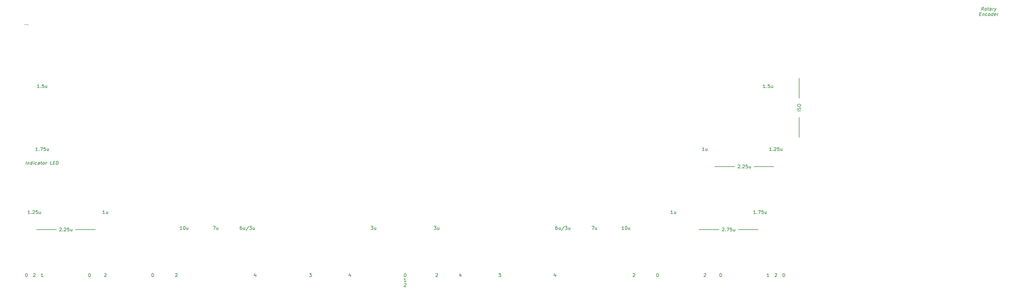
<source format=gbr>
%TF.GenerationSoftware,KiCad,Pcbnew,(6.0.6)*%
%TF.CreationDate,2022-08-29T19:48:57-07:00*%
%TF.ProjectId,2040rmie,32303430-726d-4696-952e-6b696361645f,rev?*%
%TF.SameCoordinates,Original*%
%TF.FileFunction,Legend,Top*%
%TF.FilePolarity,Positive*%
%FSLAX46Y46*%
G04 Gerber Fmt 4.6, Leading zero omitted, Abs format (unit mm)*
G04 Created by KiCad (PCBNEW (6.0.6)) date 2022-08-29 19:48:57*
%MOMM*%
%LPD*%
G01*
G04 APERTURE LIST*
%ADD10C,0.200000*%
%ADD11C,1.750000*%
%ADD12C,3.987800*%
%ADD13C,3.048000*%
%ADD14C,0.650000*%
%ADD15O,1.000000X1.600000*%
%ADD16O,1.000000X2.100000*%
G04 APERTURE END LIST*
D10*
X279837500Y-130405000D02*
X285837500Y-130405000D01*
X284600000Y-111355000D02*
X290600000Y-111355000D01*
X79812500Y-130405000D02*
X85812500Y-130405000D01*
X272787500Y-111355000D02*
X278787500Y-111355000D01*
X298250000Y-84590750D02*
X298250000Y-90590750D01*
X68000000Y-130405000D02*
X74000000Y-130405000D01*
X298250000Y-96466750D02*
X298250000Y-102466750D01*
X268025000Y-130405000D02*
X274025000Y-130405000D01*
X188039285Y-129397380D02*
X188658333Y-129397380D01*
X188325000Y-129778333D01*
X188467857Y-129778333D01*
X188563095Y-129825952D01*
X188610714Y-129873571D01*
X188658333Y-129968809D01*
X188658333Y-130206904D01*
X188610714Y-130302142D01*
X188563095Y-130349761D01*
X188467857Y-130397380D01*
X188182142Y-130397380D01*
X188086904Y-130349761D01*
X188039285Y-130302142D01*
X189515476Y-129730714D02*
X189515476Y-130397380D01*
X189086904Y-129730714D02*
X189086904Y-130254523D01*
X189134523Y-130349761D01*
X189229761Y-130397380D01*
X189372619Y-130397380D01*
X189467857Y-130349761D01*
X189515476Y-130302142D01*
X353846398Y-64131830D02*
X353572589Y-63655640D01*
X353274970Y-64131830D02*
X353399970Y-63131830D01*
X353780922Y-63131830D01*
X353870208Y-63179450D01*
X353911875Y-63227069D01*
X353947589Y-63322307D01*
X353929732Y-63465164D01*
X353870208Y-63560402D01*
X353816636Y-63608021D01*
X353715446Y-63655640D01*
X353334494Y-63655640D01*
X354417827Y-64131830D02*
X354328541Y-64084211D01*
X354286875Y-64036592D01*
X354251160Y-63941354D01*
X354286875Y-63655640D01*
X354346398Y-63560402D01*
X354399970Y-63512783D01*
X354501160Y-63465164D01*
X354644017Y-63465164D01*
X354733303Y-63512783D01*
X354774970Y-63560402D01*
X354810684Y-63655640D01*
X354774970Y-63941354D01*
X354715446Y-64036592D01*
X354661875Y-64084211D01*
X354560684Y-64131830D01*
X354417827Y-64131830D01*
X355120208Y-63465164D02*
X355501160Y-63465164D01*
X355304732Y-63131830D02*
X355197589Y-63988973D01*
X355233303Y-64084211D01*
X355322589Y-64131830D01*
X355417827Y-64131830D01*
X356179732Y-64131830D02*
X356245208Y-63608021D01*
X356209494Y-63512783D01*
X356120208Y-63465164D01*
X355929732Y-63465164D01*
X355828541Y-63512783D01*
X356185684Y-64084211D02*
X356084494Y-64131830D01*
X355846398Y-64131830D01*
X355757113Y-64084211D01*
X355721398Y-63988973D01*
X355733303Y-63893735D01*
X355792827Y-63798497D01*
X355894017Y-63750878D01*
X356132113Y-63750878D01*
X356233303Y-63703259D01*
X356655922Y-64131830D02*
X356739255Y-63465164D01*
X356715446Y-63655640D02*
X356774970Y-63560402D01*
X356828541Y-63512783D01*
X356929732Y-63465164D01*
X357024970Y-63465164D01*
X357263065Y-63465164D02*
X357417827Y-64131830D01*
X357739255Y-63465164D02*
X357417827Y-64131830D01*
X357292827Y-64369926D01*
X357239255Y-64417545D01*
X357138065Y-64465164D01*
X352745208Y-65218021D02*
X353078541Y-65218021D01*
X353155922Y-65741830D02*
X352679732Y-65741830D01*
X352804732Y-64741830D01*
X353280922Y-64741830D01*
X353667827Y-65075164D02*
X353584494Y-65741830D01*
X353655922Y-65170402D02*
X353709494Y-65122783D01*
X353810684Y-65075164D01*
X353953541Y-65075164D01*
X354042827Y-65122783D01*
X354078541Y-65218021D01*
X354013065Y-65741830D01*
X354923779Y-65694211D02*
X354822589Y-65741830D01*
X354632113Y-65741830D01*
X354542827Y-65694211D01*
X354501160Y-65646592D01*
X354465446Y-65551354D01*
X354501160Y-65265640D01*
X354560684Y-65170402D01*
X354614255Y-65122783D01*
X354715446Y-65075164D01*
X354905922Y-65075164D01*
X354995208Y-65122783D01*
X355489255Y-65741830D02*
X355399970Y-65694211D01*
X355358303Y-65646592D01*
X355322589Y-65551354D01*
X355358303Y-65265640D01*
X355417827Y-65170402D01*
X355471398Y-65122783D01*
X355572589Y-65075164D01*
X355715446Y-65075164D01*
X355804732Y-65122783D01*
X355846398Y-65170402D01*
X355882113Y-65265640D01*
X355846398Y-65551354D01*
X355786875Y-65646592D01*
X355733303Y-65694211D01*
X355632113Y-65741830D01*
X355489255Y-65741830D01*
X356679732Y-65741830D02*
X356804732Y-64741830D01*
X356685684Y-65694211D02*
X356584494Y-65741830D01*
X356394017Y-65741830D01*
X356304732Y-65694211D01*
X356263065Y-65646592D01*
X356227351Y-65551354D01*
X356263065Y-65265640D01*
X356322589Y-65170402D01*
X356376160Y-65122783D01*
X356477351Y-65075164D01*
X356667827Y-65075164D01*
X356757113Y-65122783D01*
X357542827Y-65694211D02*
X357441636Y-65741830D01*
X357251160Y-65741830D01*
X357161875Y-65694211D01*
X357126160Y-65598973D01*
X357173779Y-65218021D01*
X357233303Y-65122783D01*
X357334494Y-65075164D01*
X357524970Y-65075164D01*
X357614255Y-65122783D01*
X357649970Y-65218021D01*
X357638065Y-65313259D01*
X357149970Y-65408497D01*
X358013065Y-65741830D02*
X358096398Y-65075164D01*
X358072589Y-65265640D02*
X358132113Y-65170402D01*
X358185684Y-65122783D01*
X358286875Y-65075164D01*
X358382113Y-65075164D01*
X162821726Y-143985714D02*
X162821726Y-144652380D01*
X162583630Y-143604761D02*
X162345535Y-144319047D01*
X162964583Y-144319047D01*
X109958035Y-143747619D02*
X110005654Y-143700000D01*
X110100892Y-143652380D01*
X110338988Y-143652380D01*
X110434226Y-143700000D01*
X110481845Y-143747619D01*
X110529464Y-143842857D01*
X110529464Y-143938095D01*
X110481845Y-144080952D01*
X109910416Y-144652380D01*
X110529464Y-144652380D01*
X179585714Y-146152380D02*
X179014285Y-146152380D01*
X179300000Y-146152380D02*
X179300000Y-145152380D01*
X179204761Y-145295238D01*
X179109523Y-145390476D01*
X179014285Y-145438095D01*
X111982142Y-130397380D02*
X111410714Y-130397380D01*
X111696428Y-130397380D02*
X111696428Y-129397380D01*
X111601190Y-129540238D01*
X111505952Y-129635476D01*
X111410714Y-129683095D01*
X112601190Y-129397380D02*
X112696428Y-129397380D01*
X112791666Y-129445000D01*
X112839285Y-129492619D01*
X112886904Y-129587857D01*
X112934523Y-129778333D01*
X112934523Y-130016428D01*
X112886904Y-130206904D01*
X112839285Y-130302142D01*
X112791666Y-130349761D01*
X112696428Y-130397380D01*
X112601190Y-130397380D01*
X112505952Y-130349761D01*
X112458333Y-130302142D01*
X112410714Y-130206904D01*
X112363095Y-130016428D01*
X112363095Y-129778333D01*
X112410714Y-129587857D01*
X112458333Y-129492619D01*
X112505952Y-129445000D01*
X112601190Y-129397380D01*
X113791666Y-129730714D02*
X113791666Y-130397380D01*
X113363095Y-129730714D02*
X113363095Y-130254523D01*
X113410714Y-130349761D01*
X113505952Y-130397380D01*
X113648809Y-130397380D01*
X113744047Y-130349761D01*
X113791666Y-130302142D01*
X245332142Y-130397380D02*
X244760714Y-130397380D01*
X245046428Y-130397380D02*
X245046428Y-129397380D01*
X244951190Y-129540238D01*
X244855952Y-129635476D01*
X244760714Y-129683095D01*
X245951190Y-129397380D02*
X246046428Y-129397380D01*
X246141666Y-129445000D01*
X246189285Y-129492619D01*
X246236904Y-129587857D01*
X246284523Y-129778333D01*
X246284523Y-130016428D01*
X246236904Y-130206904D01*
X246189285Y-130302142D01*
X246141666Y-130349761D01*
X246046428Y-130397380D01*
X245951190Y-130397380D01*
X245855952Y-130349761D01*
X245808333Y-130302142D01*
X245760714Y-130206904D01*
X245713095Y-130016428D01*
X245713095Y-129778333D01*
X245760714Y-129587857D01*
X245808333Y-129492619D01*
X245855952Y-129445000D01*
X245951190Y-129397380D01*
X247141666Y-129730714D02*
X247141666Y-130397380D01*
X246713095Y-129730714D02*
X246713095Y-130254523D01*
X246760714Y-130349761D01*
X246855952Y-130397380D01*
X246998809Y-130397380D01*
X247094047Y-130349761D01*
X247141666Y-130302142D01*
X68881547Y-87502380D02*
X68310119Y-87502380D01*
X68595833Y-87502380D02*
X68595833Y-86502380D01*
X68500595Y-86645238D01*
X68405357Y-86740476D01*
X68310119Y-86788095D01*
X69310119Y-87407142D02*
X69357738Y-87454761D01*
X69310119Y-87502380D01*
X69262500Y-87454761D01*
X69310119Y-87407142D01*
X69310119Y-87502380D01*
X70262500Y-86502380D02*
X69786309Y-86502380D01*
X69738690Y-86978571D01*
X69786309Y-86930952D01*
X69881547Y-86883333D01*
X70119642Y-86883333D01*
X70214880Y-86930952D01*
X70262500Y-86978571D01*
X70310119Y-87073809D01*
X70310119Y-87311904D01*
X70262500Y-87407142D01*
X70214880Y-87454761D01*
X70119642Y-87502380D01*
X69881547Y-87502380D01*
X69786309Y-87454761D01*
X69738690Y-87407142D01*
X71167261Y-86835714D02*
X71167261Y-87502380D01*
X70738690Y-86835714D02*
X70738690Y-87359523D01*
X70786309Y-87454761D01*
X70881547Y-87502380D01*
X71024404Y-87502380D01*
X71119642Y-87454761D01*
X71167261Y-87407142D01*
X150391666Y-143652380D02*
X151010714Y-143652380D01*
X150677380Y-144033333D01*
X150820238Y-144033333D01*
X150915476Y-144080952D01*
X150963095Y-144128571D01*
X151010714Y-144223809D01*
X151010714Y-144461904D01*
X150963095Y-144557142D01*
X150915476Y-144604761D01*
X150820238Y-144652380D01*
X150534523Y-144652380D01*
X150439285Y-144604761D01*
X150391666Y-144557142D01*
X275002678Y-129952619D02*
X275050297Y-129905000D01*
X275145535Y-129857380D01*
X275383630Y-129857380D01*
X275478869Y-129905000D01*
X275526488Y-129952619D01*
X275574107Y-130047857D01*
X275574107Y-130143095D01*
X275526488Y-130285952D01*
X274955059Y-130857380D01*
X275574107Y-130857380D01*
X276002678Y-130762142D02*
X276050297Y-130809761D01*
X276002678Y-130857380D01*
X275955059Y-130809761D01*
X276002678Y-130762142D01*
X276002678Y-130857380D01*
X276383630Y-129857380D02*
X277050297Y-129857380D01*
X276621726Y-130857380D01*
X277907440Y-129857380D02*
X277431250Y-129857380D01*
X277383630Y-130333571D01*
X277431250Y-130285952D01*
X277526488Y-130238333D01*
X277764583Y-130238333D01*
X277859821Y-130285952D01*
X277907440Y-130333571D01*
X277955059Y-130428809D01*
X277955059Y-130666904D01*
X277907440Y-130762142D01*
X277859821Y-130809761D01*
X277764583Y-130857380D01*
X277526488Y-130857380D01*
X277431250Y-130809761D01*
X277383630Y-130762142D01*
X278812202Y-130190714D02*
X278812202Y-130857380D01*
X278383630Y-130190714D02*
X278383630Y-130714523D01*
X278431250Y-130809761D01*
X278526488Y-130857380D01*
X278669345Y-130857380D01*
X278764583Y-130809761D01*
X278812202Y-130762142D01*
X285099107Y-125602380D02*
X284527678Y-125602380D01*
X284813392Y-125602380D02*
X284813392Y-124602380D01*
X284718154Y-124745238D01*
X284622916Y-124840476D01*
X284527678Y-124888095D01*
X285527678Y-125507142D02*
X285575297Y-125554761D01*
X285527678Y-125602380D01*
X285480059Y-125554761D01*
X285527678Y-125507142D01*
X285527678Y-125602380D01*
X285908630Y-124602380D02*
X286575297Y-124602380D01*
X286146726Y-125602380D01*
X287432440Y-124602380D02*
X286956250Y-124602380D01*
X286908630Y-125078571D01*
X286956250Y-125030952D01*
X287051488Y-124983333D01*
X287289583Y-124983333D01*
X287384821Y-125030952D01*
X287432440Y-125078571D01*
X287480059Y-125173809D01*
X287480059Y-125411904D01*
X287432440Y-125507142D01*
X287384821Y-125554761D01*
X287289583Y-125602380D01*
X287051488Y-125602380D01*
X286956250Y-125554761D01*
X286908630Y-125507142D01*
X288337202Y-124935714D02*
X288337202Y-125602380D01*
X287908630Y-124935714D02*
X287908630Y-125459523D01*
X287956250Y-125554761D01*
X288051488Y-125602380D01*
X288194345Y-125602380D01*
X288289583Y-125554761D01*
X288337202Y-125507142D01*
X207541666Y-143652380D02*
X208160714Y-143652380D01*
X207827380Y-144033333D01*
X207970238Y-144033333D01*
X208065476Y-144080952D01*
X208113095Y-144128571D01*
X208160714Y-144223809D01*
X208160714Y-144461904D01*
X208113095Y-144557142D01*
X208065476Y-144604761D01*
X207970238Y-144652380D01*
X207684523Y-144652380D01*
X207589285Y-144604761D01*
X207541666Y-144557142D01*
X196159226Y-143985714D02*
X196159226Y-144652380D01*
X195921130Y-143604761D02*
X195683035Y-144319047D01*
X196302083Y-144319047D01*
X103052380Y-143652380D02*
X103147619Y-143652380D01*
X103242857Y-143700000D01*
X103290476Y-143747619D01*
X103338095Y-143842857D01*
X103385714Y-144033333D01*
X103385714Y-144271428D01*
X103338095Y-144461904D01*
X103290476Y-144557142D01*
X103242857Y-144604761D01*
X103147619Y-144652380D01*
X103052380Y-144652380D01*
X102957142Y-144604761D01*
X102909523Y-144557142D01*
X102861904Y-144461904D01*
X102814285Y-144271428D01*
X102814285Y-144033333D01*
X102861904Y-143842857D01*
X102909523Y-143747619D01*
X102957142Y-143700000D01*
X103052380Y-143652380D01*
X235664285Y-129397380D02*
X236330952Y-129397380D01*
X235902380Y-130397380D01*
X237140476Y-129730714D02*
X237140476Y-130397380D01*
X236711904Y-129730714D02*
X236711904Y-130254523D01*
X236759523Y-130349761D01*
X236854761Y-130397380D01*
X236997619Y-130397380D01*
X237092857Y-130349761D01*
X237140476Y-130302142D01*
X64858303Y-110712380D02*
X64983303Y-109712380D01*
X65417827Y-110045714D02*
X65334494Y-110712380D01*
X65405922Y-110140952D02*
X65459494Y-110093333D01*
X65560684Y-110045714D01*
X65703541Y-110045714D01*
X65792827Y-110093333D01*
X65828541Y-110188571D01*
X65763065Y-110712380D01*
X66667827Y-110712380D02*
X66792827Y-109712380D01*
X66673779Y-110664761D02*
X66572589Y-110712380D01*
X66382113Y-110712380D01*
X66292827Y-110664761D01*
X66251160Y-110617142D01*
X66215446Y-110521904D01*
X66251160Y-110236190D01*
X66310684Y-110140952D01*
X66364255Y-110093333D01*
X66465446Y-110045714D01*
X66655922Y-110045714D01*
X66745208Y-110093333D01*
X67144017Y-110712380D02*
X67227351Y-110045714D01*
X67269017Y-109712380D02*
X67215446Y-109760000D01*
X67257113Y-109807619D01*
X67310684Y-109760000D01*
X67269017Y-109712380D01*
X67257113Y-109807619D01*
X68054732Y-110664761D02*
X67953541Y-110712380D01*
X67763065Y-110712380D01*
X67673779Y-110664761D01*
X67632113Y-110617142D01*
X67596398Y-110521904D01*
X67632113Y-110236190D01*
X67691636Y-110140952D01*
X67745208Y-110093333D01*
X67846398Y-110045714D01*
X68036875Y-110045714D01*
X68126160Y-110093333D01*
X68905922Y-110712380D02*
X68971398Y-110188571D01*
X68935684Y-110093333D01*
X68846398Y-110045714D01*
X68655922Y-110045714D01*
X68554732Y-110093333D01*
X68911875Y-110664761D02*
X68810684Y-110712380D01*
X68572589Y-110712380D01*
X68483303Y-110664761D01*
X68447589Y-110569523D01*
X68459494Y-110474285D01*
X68519017Y-110379047D01*
X68620208Y-110331428D01*
X68858303Y-110331428D01*
X68959494Y-110283809D01*
X69322589Y-110045714D02*
X69703541Y-110045714D01*
X69507113Y-109712380D02*
X69399970Y-110569523D01*
X69435684Y-110664761D01*
X69524970Y-110712380D01*
X69620208Y-110712380D01*
X70096398Y-110712380D02*
X70007113Y-110664761D01*
X69965446Y-110617142D01*
X69929732Y-110521904D01*
X69965446Y-110236190D01*
X70024970Y-110140952D01*
X70078541Y-110093333D01*
X70179732Y-110045714D01*
X70322589Y-110045714D01*
X70411875Y-110093333D01*
X70453541Y-110140952D01*
X70489255Y-110236190D01*
X70453541Y-110521904D01*
X70394017Y-110617142D01*
X70340446Y-110664761D01*
X70239255Y-110712380D01*
X70096398Y-110712380D01*
X70858303Y-110712380D02*
X70941636Y-110045714D01*
X70917827Y-110236190D02*
X70977351Y-110140952D01*
X71030922Y-110093333D01*
X71132113Y-110045714D01*
X71227351Y-110045714D01*
X72715446Y-110712380D02*
X72239255Y-110712380D01*
X72364255Y-109712380D01*
X73114255Y-110188571D02*
X73447589Y-110188571D01*
X73524970Y-110712380D02*
X73048779Y-110712380D01*
X73173779Y-109712380D01*
X73649970Y-109712380D01*
X73953541Y-110712380D02*
X74078541Y-109712380D01*
X74316636Y-109712380D01*
X74453541Y-109760000D01*
X74536875Y-109855238D01*
X74572589Y-109950476D01*
X74596398Y-110140952D01*
X74578541Y-110283809D01*
X74507113Y-110474285D01*
X74447589Y-110569523D01*
X74340446Y-110664761D01*
X74191636Y-110712380D01*
X73953541Y-110712380D01*
X248070535Y-143747619D02*
X248118154Y-143700000D01*
X248213392Y-143652380D01*
X248451488Y-143652380D01*
X248546726Y-143700000D01*
X248594345Y-143747619D01*
X248641964Y-143842857D01*
X248641964Y-143938095D01*
X248594345Y-144080952D01*
X248022916Y-144652380D01*
X248641964Y-144652380D01*
X179014285Y-146747619D02*
X179061904Y-146700000D01*
X179157142Y-146652380D01*
X179395238Y-146652380D01*
X179490476Y-146700000D01*
X179538095Y-146747619D01*
X179585714Y-146842857D01*
X179585714Y-146938095D01*
X179538095Y-147080952D01*
X178966666Y-147652380D01*
X179585714Y-147652380D01*
X68405357Y-106552380D02*
X67833928Y-106552380D01*
X68119642Y-106552380D02*
X68119642Y-105552380D01*
X68024404Y-105695238D01*
X67929166Y-105790476D01*
X67833928Y-105838095D01*
X68833928Y-106457142D02*
X68881547Y-106504761D01*
X68833928Y-106552380D01*
X68786309Y-106504761D01*
X68833928Y-106457142D01*
X68833928Y-106552380D01*
X69214880Y-105552380D02*
X69881547Y-105552380D01*
X69452976Y-106552380D01*
X70738690Y-105552380D02*
X70262500Y-105552380D01*
X70214880Y-106028571D01*
X70262500Y-105980952D01*
X70357738Y-105933333D01*
X70595833Y-105933333D01*
X70691071Y-105980952D01*
X70738690Y-106028571D01*
X70786309Y-106123809D01*
X70786309Y-106361904D01*
X70738690Y-106457142D01*
X70691071Y-106504761D01*
X70595833Y-106552380D01*
X70357738Y-106552380D01*
X70262500Y-106504761D01*
X70214880Y-106457142D01*
X71643452Y-105885714D02*
X71643452Y-106552380D01*
X71214880Y-105885714D02*
X71214880Y-106409523D01*
X71262500Y-106504761D01*
X71357738Y-106552380D01*
X71500595Y-106552380D01*
X71595833Y-106504761D01*
X71643452Y-106457142D01*
X129960714Y-129397380D02*
X129770238Y-129397380D01*
X129675000Y-129445000D01*
X129627380Y-129492619D01*
X129532142Y-129635476D01*
X129484523Y-129825952D01*
X129484523Y-130206904D01*
X129532142Y-130302142D01*
X129579761Y-130349761D01*
X129675000Y-130397380D01*
X129865476Y-130397380D01*
X129960714Y-130349761D01*
X130008333Y-130302142D01*
X130055952Y-130206904D01*
X130055952Y-129968809D01*
X130008333Y-129873571D01*
X129960714Y-129825952D01*
X129865476Y-129778333D01*
X129675000Y-129778333D01*
X129579761Y-129825952D01*
X129532142Y-129873571D01*
X129484523Y-129968809D01*
X130913095Y-129730714D02*
X130913095Y-130397380D01*
X130484523Y-129730714D02*
X130484523Y-130254523D01*
X130532142Y-130349761D01*
X130627380Y-130397380D01*
X130770238Y-130397380D01*
X130865476Y-130349761D01*
X130913095Y-130302142D01*
X132103571Y-129349761D02*
X131246428Y-130635476D01*
X132341666Y-129397380D02*
X132960714Y-129397380D01*
X132627380Y-129778333D01*
X132770238Y-129778333D01*
X132865476Y-129825952D01*
X132913095Y-129873571D01*
X132960714Y-129968809D01*
X132960714Y-130206904D01*
X132913095Y-130302142D01*
X132865476Y-130349761D01*
X132770238Y-130397380D01*
X132484523Y-130397380D01*
X132389285Y-130349761D01*
X132341666Y-130302142D01*
X133817857Y-129730714D02*
X133817857Y-130397380D01*
X133389285Y-129730714D02*
X133389285Y-130254523D01*
X133436904Y-130349761D01*
X133532142Y-130397380D01*
X133675000Y-130397380D01*
X133770238Y-130349761D01*
X133817857Y-130302142D01*
X74977678Y-129952619D02*
X75025297Y-129905000D01*
X75120535Y-129857380D01*
X75358630Y-129857380D01*
X75453869Y-129905000D01*
X75501488Y-129952619D01*
X75549107Y-130047857D01*
X75549107Y-130143095D01*
X75501488Y-130285952D01*
X74930059Y-130857380D01*
X75549107Y-130857380D01*
X75977678Y-130762142D02*
X76025297Y-130809761D01*
X75977678Y-130857380D01*
X75930059Y-130809761D01*
X75977678Y-130762142D01*
X75977678Y-130857380D01*
X76406250Y-129952619D02*
X76453869Y-129905000D01*
X76549107Y-129857380D01*
X76787202Y-129857380D01*
X76882440Y-129905000D01*
X76930059Y-129952619D01*
X76977678Y-130047857D01*
X76977678Y-130143095D01*
X76930059Y-130285952D01*
X76358630Y-130857380D01*
X76977678Y-130857380D01*
X77882440Y-129857380D02*
X77406250Y-129857380D01*
X77358630Y-130333571D01*
X77406250Y-130285952D01*
X77501488Y-130238333D01*
X77739583Y-130238333D01*
X77834821Y-130285952D01*
X77882440Y-130333571D01*
X77930059Y-130428809D01*
X77930059Y-130666904D01*
X77882440Y-130762142D01*
X77834821Y-130809761D01*
X77739583Y-130857380D01*
X77501488Y-130857380D01*
X77406250Y-130809761D01*
X77358630Y-130762142D01*
X78787202Y-130190714D02*
X78787202Y-130857380D01*
X78358630Y-130190714D02*
X78358630Y-130714523D01*
X78406250Y-130809761D01*
X78501488Y-130857380D01*
X78644345Y-130857380D01*
X78739583Y-130809761D01*
X78787202Y-130762142D01*
X224734226Y-143985714D02*
X224734226Y-144652380D01*
X224496130Y-143604761D02*
X224258035Y-144319047D01*
X224877083Y-144319047D01*
X70048214Y-144652380D02*
X69476785Y-144652380D01*
X69762500Y-144652380D02*
X69762500Y-143652380D01*
X69667261Y-143795238D01*
X69572023Y-143890476D01*
X69476785Y-143938095D01*
X260095833Y-125602380D02*
X259524404Y-125602380D01*
X259810119Y-125602380D02*
X259810119Y-124602380D01*
X259714880Y-124745238D01*
X259619642Y-124840476D01*
X259524404Y-124888095D01*
X260952976Y-124935714D02*
X260952976Y-125602380D01*
X260524404Y-124935714D02*
X260524404Y-125459523D01*
X260572023Y-125554761D01*
X260667261Y-125602380D01*
X260810119Y-125602380D01*
X260905357Y-125554761D01*
X260952976Y-125507142D01*
X64952380Y-143652380D02*
X65047619Y-143652380D01*
X65142857Y-143700000D01*
X65190476Y-143747619D01*
X65238095Y-143842857D01*
X65285714Y-144033333D01*
X65285714Y-144271428D01*
X65238095Y-144461904D01*
X65190476Y-144557142D01*
X65142857Y-144604761D01*
X65047619Y-144652380D01*
X64952380Y-144652380D01*
X64857142Y-144604761D01*
X64809523Y-144557142D01*
X64761904Y-144461904D01*
X64714285Y-144271428D01*
X64714285Y-144033333D01*
X64761904Y-143842857D01*
X64809523Y-143747619D01*
X64857142Y-143700000D01*
X64952380Y-143652380D01*
X287956547Y-87502380D02*
X287385119Y-87502380D01*
X287670833Y-87502380D02*
X287670833Y-86502380D01*
X287575595Y-86645238D01*
X287480357Y-86740476D01*
X287385119Y-86788095D01*
X288385119Y-87407142D02*
X288432738Y-87454761D01*
X288385119Y-87502380D01*
X288337500Y-87454761D01*
X288385119Y-87407142D01*
X288385119Y-87502380D01*
X289337500Y-86502380D02*
X288861309Y-86502380D01*
X288813690Y-86978571D01*
X288861309Y-86930952D01*
X288956547Y-86883333D01*
X289194642Y-86883333D01*
X289289880Y-86930952D01*
X289337500Y-86978571D01*
X289385119Y-87073809D01*
X289385119Y-87311904D01*
X289337500Y-87407142D01*
X289289880Y-87454761D01*
X289194642Y-87502380D01*
X288956547Y-87502380D01*
X288861309Y-87454761D01*
X288813690Y-87407142D01*
X290242261Y-86835714D02*
X290242261Y-87502380D01*
X289813690Y-86835714D02*
X289813690Y-87359523D01*
X289861309Y-87454761D01*
X289956547Y-87502380D01*
X290099404Y-87502380D01*
X290194642Y-87454761D01*
X290242261Y-87407142D01*
X84002380Y-143652380D02*
X84097619Y-143652380D01*
X84192857Y-143700000D01*
X84240476Y-143747619D01*
X84288095Y-143842857D01*
X84335714Y-144033333D01*
X84335714Y-144271428D01*
X84288095Y-144461904D01*
X84240476Y-144557142D01*
X84192857Y-144604761D01*
X84097619Y-144652380D01*
X84002380Y-144652380D01*
X83907142Y-144604761D01*
X83859523Y-144557142D01*
X83811904Y-144461904D01*
X83764285Y-144271428D01*
X83764285Y-144033333D01*
X83811904Y-143842857D01*
X83859523Y-143747619D01*
X83907142Y-143700000D01*
X84002380Y-143652380D01*
X298702380Y-94528750D02*
X297702380Y-94528750D01*
X298654761Y-94100178D02*
X298702380Y-93957321D01*
X298702380Y-93719226D01*
X298654761Y-93623988D01*
X298607142Y-93576369D01*
X298511904Y-93528750D01*
X298416666Y-93528750D01*
X298321428Y-93576369D01*
X298273809Y-93623988D01*
X298226190Y-93719226D01*
X298178571Y-93909702D01*
X298130952Y-94004940D01*
X298083333Y-94052559D01*
X297988095Y-94100178D01*
X297892857Y-94100178D01*
X297797619Y-94052559D01*
X297750000Y-94004940D01*
X297702380Y-93909702D01*
X297702380Y-93671607D01*
X297750000Y-93528750D01*
X297702380Y-92909702D02*
X297702380Y-92719226D01*
X297750000Y-92623988D01*
X297845238Y-92528750D01*
X298035714Y-92481130D01*
X298369047Y-92481130D01*
X298559523Y-92528750D01*
X298654761Y-92623988D01*
X298702380Y-92719226D01*
X298702380Y-92909702D01*
X298654761Y-93004940D01*
X298559523Y-93100178D01*
X298369047Y-93147797D01*
X298035714Y-93147797D01*
X297845238Y-93100178D01*
X297750000Y-93004940D01*
X297702380Y-92909702D01*
X66024107Y-125602380D02*
X65452678Y-125602380D01*
X65738392Y-125602380D02*
X65738392Y-124602380D01*
X65643154Y-124745238D01*
X65547916Y-124840476D01*
X65452678Y-124888095D01*
X66452678Y-125507142D02*
X66500297Y-125554761D01*
X66452678Y-125602380D01*
X66405059Y-125554761D01*
X66452678Y-125507142D01*
X66452678Y-125602380D01*
X66881250Y-124697619D02*
X66928869Y-124650000D01*
X67024107Y-124602380D01*
X67262202Y-124602380D01*
X67357440Y-124650000D01*
X67405059Y-124697619D01*
X67452678Y-124792857D01*
X67452678Y-124888095D01*
X67405059Y-125030952D01*
X66833630Y-125602380D01*
X67452678Y-125602380D01*
X68357440Y-124602380D02*
X67881250Y-124602380D01*
X67833630Y-125078571D01*
X67881250Y-125030952D01*
X67976488Y-124983333D01*
X68214583Y-124983333D01*
X68309821Y-125030952D01*
X68357440Y-125078571D01*
X68405059Y-125173809D01*
X68405059Y-125411904D01*
X68357440Y-125507142D01*
X68309821Y-125554761D01*
X68214583Y-125602380D01*
X67976488Y-125602380D01*
X67881250Y-125554761D01*
X67833630Y-125507142D01*
X69262202Y-124935714D02*
X69262202Y-125602380D01*
X68833630Y-124935714D02*
X68833630Y-125459523D01*
X68881250Y-125554761D01*
X68976488Y-125602380D01*
X69119345Y-125602380D01*
X69214583Y-125554761D01*
X69262202Y-125507142D01*
X64523809Y-68357142D02*
X64571428Y-68404761D01*
X64523809Y-68452380D01*
X64476190Y-68404761D01*
X64523809Y-68357142D01*
X64523809Y-68452380D01*
X65000000Y-68357142D02*
X65047619Y-68404761D01*
X65000000Y-68452380D01*
X64952380Y-68404761D01*
X65000000Y-68357142D01*
X65000000Y-68452380D01*
X65476190Y-68357142D02*
X65523809Y-68404761D01*
X65476190Y-68452380D01*
X65428571Y-68404761D01*
X65476190Y-68357142D01*
X65476190Y-68452380D01*
X88526785Y-143747619D02*
X88574404Y-143700000D01*
X88669642Y-143652380D01*
X88907738Y-143652380D01*
X89002976Y-143700000D01*
X89050595Y-143747619D01*
X89098214Y-143842857D01*
X89098214Y-143938095D01*
X89050595Y-144080952D01*
X88479166Y-144652380D01*
X89098214Y-144652380D01*
X269501785Y-143747619D02*
X269549404Y-143700000D01*
X269644642Y-143652380D01*
X269882738Y-143652380D01*
X269977976Y-143700000D01*
X270025595Y-143747619D01*
X270073214Y-143842857D01*
X270073214Y-143938095D01*
X270025595Y-144080952D01*
X269454166Y-144652380D01*
X270073214Y-144652380D01*
X88645833Y-125602380D02*
X88074404Y-125602380D01*
X88360119Y-125602380D02*
X88360119Y-124602380D01*
X88264880Y-124745238D01*
X88169642Y-124840476D01*
X88074404Y-124888095D01*
X89502976Y-124935714D02*
X89502976Y-125602380D01*
X89074404Y-124935714D02*
X89074404Y-125459523D01*
X89122023Y-125554761D01*
X89217261Y-125602380D01*
X89360119Y-125602380D01*
X89455357Y-125554761D01*
X89502976Y-125507142D01*
X279765178Y-110902619D02*
X279812797Y-110855000D01*
X279908035Y-110807380D01*
X280146130Y-110807380D01*
X280241369Y-110855000D01*
X280288988Y-110902619D01*
X280336607Y-110997857D01*
X280336607Y-111093095D01*
X280288988Y-111235952D01*
X279717559Y-111807380D01*
X280336607Y-111807380D01*
X280765178Y-111712142D02*
X280812797Y-111759761D01*
X280765178Y-111807380D01*
X280717559Y-111759761D01*
X280765178Y-111712142D01*
X280765178Y-111807380D01*
X281193750Y-110902619D02*
X281241369Y-110855000D01*
X281336607Y-110807380D01*
X281574702Y-110807380D01*
X281669940Y-110855000D01*
X281717559Y-110902619D01*
X281765178Y-110997857D01*
X281765178Y-111093095D01*
X281717559Y-111235952D01*
X281146130Y-111807380D01*
X281765178Y-111807380D01*
X282669940Y-110807380D02*
X282193750Y-110807380D01*
X282146130Y-111283571D01*
X282193750Y-111235952D01*
X282288988Y-111188333D01*
X282527083Y-111188333D01*
X282622321Y-111235952D01*
X282669940Y-111283571D01*
X282717559Y-111378809D01*
X282717559Y-111616904D01*
X282669940Y-111712142D01*
X282622321Y-111759761D01*
X282527083Y-111807380D01*
X282288988Y-111807380D01*
X282193750Y-111759761D01*
X282146130Y-111712142D01*
X283574702Y-111140714D02*
X283574702Y-111807380D01*
X283146130Y-111140714D02*
X283146130Y-111664523D01*
X283193750Y-111759761D01*
X283288988Y-111807380D01*
X283431845Y-111807380D01*
X283527083Y-111759761D01*
X283574702Y-111712142D01*
X168989285Y-129397380D02*
X169608333Y-129397380D01*
X169275000Y-129778333D01*
X169417857Y-129778333D01*
X169513095Y-129825952D01*
X169560714Y-129873571D01*
X169608333Y-129968809D01*
X169608333Y-130206904D01*
X169560714Y-130302142D01*
X169513095Y-130349761D01*
X169417857Y-130397380D01*
X169132142Y-130397380D01*
X169036904Y-130349761D01*
X168989285Y-130302142D01*
X170465476Y-129730714D02*
X170465476Y-130397380D01*
X170036904Y-129730714D02*
X170036904Y-130254523D01*
X170084523Y-130349761D01*
X170179761Y-130397380D01*
X170322619Y-130397380D01*
X170417857Y-130349761D01*
X170465476Y-130302142D01*
X188539285Y-143747619D02*
X188586904Y-143700000D01*
X188682142Y-143652380D01*
X188920238Y-143652380D01*
X189015476Y-143700000D01*
X189063095Y-143747619D01*
X189110714Y-143842857D01*
X189110714Y-143938095D01*
X189063095Y-144080952D01*
X188491666Y-144652380D01*
X189110714Y-144652380D01*
X269620833Y-106552380D02*
X269049404Y-106552380D01*
X269335119Y-106552380D02*
X269335119Y-105552380D01*
X269239880Y-105695238D01*
X269144642Y-105790476D01*
X269049404Y-105838095D01*
X270477976Y-105885714D02*
X270477976Y-106552380D01*
X270049404Y-105885714D02*
X270049404Y-106409523D01*
X270097023Y-106504761D01*
X270192261Y-106552380D01*
X270335119Y-106552380D01*
X270430357Y-106504761D01*
X270477976Y-106457142D01*
X67095535Y-143747619D02*
X67143154Y-143700000D01*
X67238392Y-143652380D01*
X67476488Y-143652380D01*
X67571726Y-143700000D01*
X67619345Y-143747619D01*
X67666964Y-143842857D01*
X67666964Y-143938095D01*
X67619345Y-144080952D01*
X67047916Y-144652380D01*
X67666964Y-144652380D01*
X134246726Y-143985714D02*
X134246726Y-144652380D01*
X134008630Y-143604761D02*
X133770535Y-144319047D01*
X134389583Y-144319047D01*
X289861607Y-106552380D02*
X289290178Y-106552380D01*
X289575892Y-106552380D02*
X289575892Y-105552380D01*
X289480654Y-105695238D01*
X289385416Y-105790476D01*
X289290178Y-105838095D01*
X290290178Y-106457142D02*
X290337797Y-106504761D01*
X290290178Y-106552380D01*
X290242559Y-106504761D01*
X290290178Y-106457142D01*
X290290178Y-106552380D01*
X290718750Y-105647619D02*
X290766369Y-105600000D01*
X290861607Y-105552380D01*
X291099702Y-105552380D01*
X291194940Y-105600000D01*
X291242559Y-105647619D01*
X291290178Y-105742857D01*
X291290178Y-105838095D01*
X291242559Y-105980952D01*
X290671130Y-106552380D01*
X291290178Y-106552380D01*
X292194940Y-105552380D02*
X291718750Y-105552380D01*
X291671130Y-106028571D01*
X291718750Y-105980952D01*
X291813988Y-105933333D01*
X292052083Y-105933333D01*
X292147321Y-105980952D01*
X292194940Y-106028571D01*
X292242559Y-106123809D01*
X292242559Y-106361904D01*
X292194940Y-106457142D01*
X292147321Y-106504761D01*
X292052083Y-106552380D01*
X291813988Y-106552380D01*
X291718750Y-106504761D01*
X291671130Y-106457142D01*
X293099702Y-105885714D02*
X293099702Y-106552380D01*
X292671130Y-105885714D02*
X292671130Y-106409523D01*
X292718750Y-106504761D01*
X292813988Y-106552380D01*
X292956845Y-106552380D01*
X293052083Y-106504761D01*
X293099702Y-106457142D01*
X225210714Y-129397380D02*
X225020238Y-129397380D01*
X224925000Y-129445000D01*
X224877380Y-129492619D01*
X224782142Y-129635476D01*
X224734523Y-129825952D01*
X224734523Y-130206904D01*
X224782142Y-130302142D01*
X224829761Y-130349761D01*
X224925000Y-130397380D01*
X225115476Y-130397380D01*
X225210714Y-130349761D01*
X225258333Y-130302142D01*
X225305952Y-130206904D01*
X225305952Y-129968809D01*
X225258333Y-129873571D01*
X225210714Y-129825952D01*
X225115476Y-129778333D01*
X224925000Y-129778333D01*
X224829761Y-129825952D01*
X224782142Y-129873571D01*
X224734523Y-129968809D01*
X226163095Y-129730714D02*
X226163095Y-130397380D01*
X225734523Y-129730714D02*
X225734523Y-130254523D01*
X225782142Y-130349761D01*
X225877380Y-130397380D01*
X226020238Y-130397380D01*
X226115476Y-130349761D01*
X226163095Y-130302142D01*
X227353571Y-129349761D02*
X226496428Y-130635476D01*
X227591666Y-129397380D02*
X228210714Y-129397380D01*
X227877380Y-129778333D01*
X228020238Y-129778333D01*
X228115476Y-129825952D01*
X228163095Y-129873571D01*
X228210714Y-129968809D01*
X228210714Y-130206904D01*
X228163095Y-130302142D01*
X228115476Y-130349761D01*
X228020238Y-130397380D01*
X227734523Y-130397380D01*
X227639285Y-130349761D01*
X227591666Y-130302142D01*
X229067857Y-129730714D02*
X229067857Y-130397380D01*
X228639285Y-129730714D02*
X228639285Y-130254523D01*
X228686904Y-130349761D01*
X228782142Y-130397380D01*
X228925000Y-130397380D01*
X229020238Y-130349761D01*
X229067857Y-130302142D01*
X290933035Y-143747619D02*
X290980654Y-143700000D01*
X291075892Y-143652380D01*
X291313988Y-143652380D01*
X291409226Y-143700000D01*
X291456845Y-143747619D01*
X291504464Y-143842857D01*
X291504464Y-143938095D01*
X291456845Y-144080952D01*
X290885416Y-144652380D01*
X291504464Y-144652380D01*
X255452380Y-143652380D02*
X255547619Y-143652380D01*
X255642857Y-143700000D01*
X255690476Y-143747619D01*
X255738095Y-143842857D01*
X255785714Y-144033333D01*
X255785714Y-144271428D01*
X255738095Y-144461904D01*
X255690476Y-144557142D01*
X255642857Y-144604761D01*
X255547619Y-144652380D01*
X255452380Y-144652380D01*
X255357142Y-144604761D01*
X255309523Y-144557142D01*
X255261904Y-144461904D01*
X255214285Y-144271428D01*
X255214285Y-144033333D01*
X255261904Y-143842857D01*
X255309523Y-143747619D01*
X255357142Y-143700000D01*
X255452380Y-143652380D01*
X274502380Y-143652380D02*
X274597619Y-143652380D01*
X274692857Y-143700000D01*
X274740476Y-143747619D01*
X274788095Y-143842857D01*
X274835714Y-144033333D01*
X274835714Y-144271428D01*
X274788095Y-144461904D01*
X274740476Y-144557142D01*
X274692857Y-144604761D01*
X274597619Y-144652380D01*
X274502380Y-144652380D01*
X274407142Y-144604761D01*
X274359523Y-144557142D01*
X274311904Y-144461904D01*
X274264285Y-144271428D01*
X274264285Y-144033333D01*
X274311904Y-143842857D01*
X274359523Y-143747619D01*
X274407142Y-143700000D01*
X274502380Y-143652380D01*
X289123214Y-144652380D02*
X288551785Y-144652380D01*
X288837500Y-144652380D02*
X288837500Y-143652380D01*
X288742261Y-143795238D01*
X288647023Y-143890476D01*
X288551785Y-143938095D01*
X179252380Y-143652380D02*
X179347619Y-143652380D01*
X179442857Y-143700000D01*
X179490476Y-143747619D01*
X179538095Y-143842857D01*
X179585714Y-144033333D01*
X179585714Y-144271428D01*
X179538095Y-144461904D01*
X179490476Y-144557142D01*
X179442857Y-144604761D01*
X179347619Y-144652380D01*
X179252380Y-144652380D01*
X179157142Y-144604761D01*
X179109523Y-144557142D01*
X179061904Y-144461904D01*
X179014285Y-144271428D01*
X179014285Y-144033333D01*
X179061904Y-143842857D01*
X179109523Y-143747619D01*
X179157142Y-143700000D01*
X179252380Y-143652380D01*
X293552380Y-143652380D02*
X293647619Y-143652380D01*
X293742857Y-143700000D01*
X293790476Y-143747619D01*
X293838095Y-143842857D01*
X293885714Y-144033333D01*
X293885714Y-144271428D01*
X293838095Y-144461904D01*
X293790476Y-144557142D01*
X293742857Y-144604761D01*
X293647619Y-144652380D01*
X293552380Y-144652380D01*
X293457142Y-144604761D01*
X293409523Y-144557142D01*
X293361904Y-144461904D01*
X293314285Y-144271428D01*
X293314285Y-144033333D01*
X293361904Y-143842857D01*
X293409523Y-143747619D01*
X293457142Y-143700000D01*
X293552380Y-143652380D01*
X121364285Y-129397380D02*
X122030952Y-129397380D01*
X121602380Y-130397380D01*
X122840476Y-129730714D02*
X122840476Y-130397380D01*
X122411904Y-129730714D02*
X122411904Y-130254523D01*
X122459523Y-130349761D01*
X122554761Y-130397380D01*
X122697619Y-130397380D01*
X122792857Y-130349761D01*
X122840476Y-130302142D01*
%LPC*%
D11*
%TO.C,MX3-B0*%
X62301250Y-122150000D03*
D12*
X67381250Y-122150000D03*
D11*
X72461250Y-122150000D03*
%TD*%
D12*
%TO.C,MX4-7_2*%
X188825000Y-141200000D03*
D11*
X183745000Y-141200000D03*
X193905000Y-141200000D03*
%TD*%
%TO.C,MX3-2*%
X102782500Y-122150000D03*
D12*
X107862500Y-122150000D03*
D11*
X112942500Y-122150000D03*
%TD*%
%TO.C,MX3-13*%
X341542500Y-122150000D03*
X331382500Y-122150000D03*
D12*
X336462500Y-122150000D03*
%TD*%
%TO.C,ST-2_0*%
X226925000Y-132945000D03*
D13*
X226925000Y-148185000D03*
X131675000Y-148185000D03*
D12*
X131675000Y-132945000D03*
%TD*%
D11*
%TO.C,MX0-8*%
X241530000Y-60237500D03*
D12*
X236450000Y-60237500D03*
D11*
X231370000Y-60237500D03*
%TD*%
D12*
%TO.C,MX4-0_1*%
X69762500Y-141200000D03*
D11*
X74842500Y-141200000D03*
X64682500Y-141200000D03*
%TD*%
D12*
%TO.C,MX4-0_2*%
X67381250Y-141200000D03*
D11*
X72461250Y-141200000D03*
X62301250Y-141200000D03*
%TD*%
%TO.C,MX2-10*%
X274867500Y-103100000D03*
D12*
X269787500Y-103100000D03*
D11*
X264707500Y-103100000D03*
%TD*%
%TO.C,MX4-7_4*%
X201048750Y-141200000D03*
D12*
X195968750Y-141200000D03*
D11*
X190888750Y-141200000D03*
%TD*%
%TO.C,MX1-7*%
X212955000Y-84050000D03*
X202795000Y-84050000D03*
D12*
X207875000Y-84050000D03*
%TD*%
D11*
%TO.C,MX0-14*%
X360592500Y-60237500D03*
D12*
X355512500Y-60237500D03*
D11*
X350432500Y-60237500D03*
%TD*%
%TO.C,MX4-4_4*%
X167711250Y-141200000D03*
D12*
X162631250Y-141200000D03*
D11*
X157551250Y-141200000D03*
%TD*%
D12*
%TO.C,MX0-2*%
X103100000Y-65000000D03*
D11*
X98020000Y-65000000D03*
X108180000Y-65000000D03*
%TD*%
D13*
%TO.C,ST-B1*%
X65000000Y-115165000D03*
X88812500Y-115165000D03*
D12*
X88812500Y-130405000D03*
X65000000Y-130405000D03*
%TD*%
D11*
%TO.C,MX0-13*%
X331382500Y-60237500D03*
D12*
X336462500Y-60237500D03*
D11*
X341542500Y-60237500D03*
%TD*%
D12*
%TO.C,MX0-3*%
X122150000Y-65000000D03*
D11*
X127230000Y-65000000D03*
X117070000Y-65000000D03*
%TD*%
D12*
%TO.C,MX0-9*%
X255500000Y-60237500D03*
D11*
X260580000Y-60237500D03*
X250420000Y-60237500D03*
%TD*%
%TO.C,MX4-10_0*%
X269470000Y-141200000D03*
X279630000Y-141200000D03*
D12*
X274550000Y-141200000D03*
%TD*%
D11*
%TO.C,MX1-14*%
X350432500Y-79287500D03*
D12*
X355512500Y-79287500D03*
D11*
X360592500Y-79287500D03*
%TD*%
%TO.C,MX3-3*%
X121832500Y-122150000D03*
X131992500Y-122150000D03*
D12*
X126912500Y-122150000D03*
%TD*%
%TO.C,ST-A2*%
X282963750Y-81668750D03*
D13*
X298203750Y-105481250D03*
X298203750Y-81668750D03*
D12*
X282963750Y-105481250D03*
%TD*%
D13*
%TO.C,ST-3_0*%
X169775000Y-148185000D03*
D12*
X131675000Y-132945000D03*
X169775000Y-132945000D03*
D13*
X131675000Y-148185000D03*
%TD*%
D12*
%TO.C,MX1-8*%
X226925000Y-84050000D03*
D11*
X232005000Y-84050000D03*
X221845000Y-84050000D03*
%TD*%
%TO.C,MX1-13*%
X331382500Y-79287500D03*
X341542500Y-79287500D03*
D12*
X336462500Y-79287500D03*
%TD*%
D11*
%TO.C,MX1-6*%
X183745000Y-84050000D03*
D12*
X188825000Y-84050000D03*
D11*
X193905000Y-84050000D03*
%TD*%
D12*
%TO.C,MX4-1_2*%
X88812500Y-141200000D03*
D11*
X83732500Y-141200000D03*
X93892500Y-141200000D03*
%TD*%
D12*
%TO.C,ST-3_1*%
X226925000Y-132945000D03*
X188825000Y-132945000D03*
D13*
X188825000Y-148185000D03*
X226925000Y-148185000D03*
%TD*%
D11*
%TO.C,MX4-4_0*%
X184380000Y-141200000D03*
D12*
X179300000Y-141200000D03*
D11*
X174220000Y-141200000D03*
%TD*%
D13*
%TO.C,ST-C1*%
X265025000Y-115165000D03*
D12*
X288837500Y-130405000D03*
X265025000Y-130405000D03*
D13*
X288837500Y-115165000D03*
%TD*%
D11*
%TO.C,MX2-A11*%
X276613750Y-103100000D03*
D12*
X281693750Y-103100000D03*
D11*
X286773750Y-103100000D03*
%TD*%
%TO.C,MX3-10*%
X255182500Y-122150000D03*
D12*
X260262500Y-122150000D03*
D11*
X265342500Y-122150000D03*
%TD*%
D12*
%TO.C,MX2-1*%
X98337500Y-103100000D03*
D11*
X103417500Y-103100000D03*
X93257500Y-103100000D03*
%TD*%
D12*
%TO.C,MX1-4*%
X150725000Y-84050000D03*
D11*
X155805000Y-84050000D03*
X145645000Y-84050000D03*
%TD*%
D13*
%TO.C,ST-0_0*%
X236450000Y-148185000D03*
X122150000Y-148185000D03*
D12*
X236450000Y-132945000D03*
X122150000Y-132945000D03*
%TD*%
D11*
%TO.C,MX4-3_4*%
X128976250Y-141200000D03*
D12*
X134056250Y-141200000D03*
D11*
X139136250Y-141200000D03*
%TD*%
%TO.C,MX3-9*%
X246292500Y-122150000D03*
X236132500Y-122150000D03*
D12*
X241212500Y-122150000D03*
%TD*%
%TO.C,MX4-2_2*%
X110243750Y-141200000D03*
D11*
X115323750Y-141200000D03*
X105163750Y-141200000D03*
%TD*%
%TO.C,MX1-12*%
X322492500Y-79287500D03*
D12*
X317412500Y-79287500D03*
D11*
X312332500Y-79287500D03*
%TD*%
D12*
%TO.C,MX3-A11*%
X276931250Y-122150000D03*
D11*
X282011250Y-122150000D03*
X271851250Y-122150000D03*
%TD*%
D12*
%TO.C,MX2-8*%
X231687500Y-103100000D03*
D11*
X226607500Y-103100000D03*
X236767500Y-103100000D03*
%TD*%
%TO.C,MX2-5*%
X169457500Y-103100000D03*
X179617500Y-103100000D03*
D12*
X174537500Y-103100000D03*
%TD*%
D11*
%TO.C,MX2-3*%
X131357500Y-103100000D03*
X141517500Y-103100000D03*
D12*
X136437500Y-103100000D03*
%TD*%
D11*
%TO.C,MX3-8*%
X227242500Y-122150000D03*
D12*
X222162500Y-122150000D03*
D11*
X217082500Y-122150000D03*
%TD*%
D12*
%TO.C,MX1-11*%
X288837500Y-84050000D03*
D11*
X293917500Y-84050000D03*
X283757500Y-84050000D03*
%TD*%
%TO.C,MX4-13*%
X341542500Y-141200000D03*
D12*
X336462500Y-141200000D03*
D11*
X331382500Y-141200000D03*
%TD*%
%TO.C,MX1-1*%
X88495000Y-84050000D03*
D12*
X93575000Y-84050000D03*
D11*
X98655000Y-84050000D03*
%TD*%
%TO.C,MX3-4*%
X151042500Y-122150000D03*
D12*
X145962500Y-122150000D03*
D11*
X140882500Y-122150000D03*
%TD*%
%TO.C,MX3-5*%
X170092500Y-122150000D03*
D12*
X165012500Y-122150000D03*
D11*
X159932500Y-122150000D03*
%TD*%
D12*
%TO.C,MX0-12*%
X317412500Y-60237500D03*
D11*
X322492500Y-60237500D03*
X312332500Y-60237500D03*
%TD*%
%TO.C,MX2-C11*%
X291218750Y-88495000D03*
D12*
X291218750Y-93575000D03*
D11*
X291218750Y-98655000D03*
%TD*%
D12*
%TO.C,MX4-9_2*%
X248356250Y-141200000D03*
D11*
X243276250Y-141200000D03*
X253436250Y-141200000D03*
%TD*%
%TO.C,MX4-4_3*%
X145645000Y-141200000D03*
D12*
X150725000Y-141200000D03*
D11*
X155805000Y-141200000D03*
%TD*%
D12*
%TO.C,ST-1_0*%
X112625000Y-132945000D03*
D13*
X245975000Y-148185000D03*
X112625000Y-148185000D03*
D12*
X245975000Y-132945000D03*
%TD*%
D11*
%TO.C,MX1-2*%
X107545000Y-84050000D03*
D12*
X112625000Y-84050000D03*
D11*
X117705000Y-84050000D03*
%TD*%
D12*
%TO.C,MX1-10*%
X265025000Y-84050000D03*
D11*
X259945000Y-84050000D03*
X270105000Y-84050000D03*
%TD*%
D12*
%TO.C,MX4-2_0*%
X103100000Y-141200000D03*
D11*
X98020000Y-141200000D03*
X108180000Y-141200000D03*
%TD*%
%TO.C,MX1-3*%
X126595000Y-84050000D03*
D12*
X131675000Y-84050000D03*
D11*
X136755000Y-84050000D03*
%TD*%
%TO.C,MX4-12*%
X312332500Y-141200000D03*
D12*
X317412500Y-141200000D03*
D11*
X322492500Y-141200000D03*
%TD*%
%TO.C,MX1-5*%
X164695000Y-84050000D03*
D12*
X169775000Y-84050000D03*
D11*
X174855000Y-84050000D03*
%TD*%
%TO.C,MX2-6*%
X188507500Y-103100000D03*
D12*
X193587500Y-103100000D03*
D11*
X198667500Y-103100000D03*
%TD*%
%TO.C,MX4-11_2*%
X286138750Y-141200000D03*
X296298750Y-141200000D03*
D12*
X291218750Y-141200000D03*
%TD*%
D11*
%TO.C,MX4-8_4*%
X229623750Y-141200000D03*
D12*
X224543750Y-141200000D03*
D11*
X219463750Y-141200000D03*
%TD*%
%TO.C,MX2-7*%
X217717500Y-103100000D03*
D12*
X212637500Y-103100000D03*
D11*
X207557500Y-103100000D03*
%TD*%
%TO.C,MX2-9*%
X255817500Y-103100000D03*
D12*
X250737500Y-103100000D03*
D11*
X245657500Y-103100000D03*
%TD*%
%TO.C,MX3-B11*%
X281376250Y-122150000D03*
X291536250Y-122150000D03*
D12*
X286456250Y-122150000D03*
%TD*%
%TO.C,MX4-11_0*%
X293600000Y-141200000D03*
D11*
X298680000Y-141200000D03*
X288520000Y-141200000D03*
%TD*%
%TO.C,MX4-1_0*%
X78970000Y-141200000D03*
X89130000Y-141200000D03*
D12*
X84050000Y-141200000D03*
%TD*%
D11*
%TO.C,MX4-10_2*%
X264707500Y-141200000D03*
D12*
X269787500Y-141200000D03*
D11*
X274867500Y-141200000D03*
%TD*%
D12*
%TO.C,ST-A1*%
X269787500Y-111355000D03*
X293600000Y-111355000D03*
D13*
X293600000Y-96115000D03*
X269787500Y-96115000D03*
%TD*%
D12*
%TO.C,MX0-5*%
X160250000Y-65000000D03*
D11*
X165330000Y-65000000D03*
X155170000Y-65000000D03*
%TD*%
%TO.C,MX4-11_1*%
X283757500Y-141200000D03*
D12*
X288837500Y-141200000D03*
D11*
X293917500Y-141200000D03*
%TD*%
%TO.C,MX0-1*%
X89130000Y-65000000D03*
D12*
X84050000Y-65000000D03*
D11*
X78970000Y-65000000D03*
%TD*%
%TO.C,MX3-1*%
X93892500Y-122150000D03*
X83732500Y-122150000D03*
D12*
X88812500Y-122150000D03*
%TD*%
D11*
%TO.C,MX3-7*%
X208192500Y-122150000D03*
D12*
X203112500Y-122150000D03*
D11*
X198032500Y-122150000D03*
%TD*%
%TO.C,MX0-6*%
X174220000Y-65000000D03*
X184380000Y-65000000D03*
D12*
X179300000Y-65000000D03*
%TD*%
D11*
%TO.C,MX2-B0*%
X62301250Y-103100000D03*
D12*
X67381250Y-103100000D03*
D11*
X72461250Y-103100000D03*
%TD*%
D12*
%TO.C,MX4-9_0*%
X255500000Y-141200000D03*
D11*
X260580000Y-141200000D03*
X250420000Y-141200000D03*
%TD*%
D12*
%TO.C,MX4-0_0*%
X65000000Y-141200000D03*
D11*
X59920000Y-141200000D03*
X70080000Y-141200000D03*
%TD*%
%TO.C,MX2-2*%
X112307500Y-103100000D03*
D12*
X117387500Y-103100000D03*
D11*
X122467500Y-103100000D03*
%TD*%
D12*
%TO.C,MX0-11*%
X293600000Y-60237500D03*
D11*
X288520000Y-60237500D03*
X298680000Y-60237500D03*
%TD*%
%TO.C,MX1-9*%
X251055000Y-84050000D03*
D12*
X245975000Y-84050000D03*
D11*
X240895000Y-84050000D03*
%TD*%
%TO.C,MX2-4*%
X160567500Y-103100000D03*
X150407500Y-103100000D03*
D12*
X155487500Y-103100000D03*
%TD*%
D11*
%TO.C,MX4-14*%
X360592500Y-141200000D03*
D12*
X355512500Y-141200000D03*
D11*
X350432500Y-141200000D03*
%TD*%
D12*
%TO.C,MX1-0*%
X69762500Y-84050000D03*
D11*
X74842500Y-84050000D03*
X64682500Y-84050000D03*
%TD*%
%TO.C,MX2-A0*%
X77223750Y-103100000D03*
D12*
X72143750Y-103100000D03*
D11*
X67063750Y-103100000D03*
%TD*%
%TO.C,MX3-A0*%
X81986250Y-122150000D03*
X71826250Y-122150000D03*
D12*
X76906250Y-122150000D03*
%TD*%
D11*
%TO.C,MX3-6*%
X178982500Y-122150000D03*
X189142500Y-122150000D03*
D12*
X184062500Y-122150000D03*
%TD*%
D11*
%TO.C,MX4-7_3*%
X212955000Y-141200000D03*
X202795000Y-141200000D03*
D12*
X207875000Y-141200000D03*
%TD*%
%TO.C,MX2-B11*%
X291218750Y-103100000D03*
D11*
X286138750Y-103100000D03*
X296298750Y-103100000D03*
%TD*%
D12*
%TO.C,MX0-0*%
X65000000Y-65000000D03*
D11*
X70080000Y-65000000D03*
X59920000Y-65000000D03*
%TD*%
%TO.C,MX0-10*%
X279630000Y-60237500D03*
X269470000Y-60237500D03*
D12*
X274550000Y-60237500D03*
%TD*%
%TO.C,MX0-4*%
X141200000Y-65000000D03*
D11*
X136120000Y-65000000D03*
X146280000Y-65000000D03*
%TD*%
D14*
%TO.C,USB1*%
X213138750Y-49612500D03*
X207358750Y-49612500D03*
D15*
X214568750Y-45962500D03*
D16*
X214568750Y-50142500D03*
X205928750Y-50142500D03*
D15*
X205928750Y-45962500D03*
%TD*%
M02*

</source>
